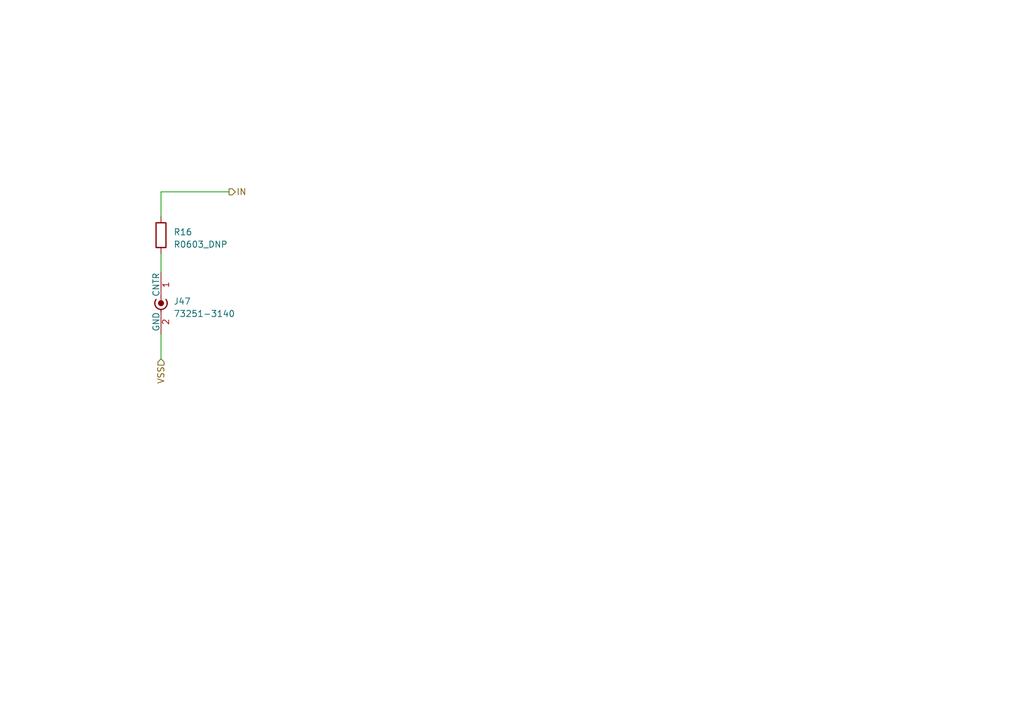
<source format=kicad_sch>
(kicad_sch (version 20230121) (generator eeschema)
  (paper "A5")
  (lib_symbols
    (symbol "cyborg65r2_connectors:73251-3140" (pin_names (offset 0))
      (property "Reference" "J" (at 2.54 1.27 0))
      (property "Value" "73251-3140" (at 2.54 -1.27 0))
      (symbol "73251-3140_0_0"
        (pin bidirectional line (at 0 0 270) (length 5.08) (name "CNTR") (number "1"))
        (pin passive line (at 0 -12.7 90) (length 5.08) (name "GND") (number "2"))
        (pin passive line (at 0 -12.7 90) (length 5.08) hide (name "GND") (number "3"))
        (pin passive line (at 0 -12.7 90) (length 5.08) hide (name "GND") (number "4"))
        (pin passive line (at 0 -12.7 90) (length 5.08) hide (name "GND") (number "5"))
      )
      (symbol "73251-3140_0_1"
        (arc (start -1.2695 -6.3498) (mid 0.0005 -7.6143) (end 1.2705 -6.3498) (stroke (width 0.254)))
        (arc (start -1.0155 -5.5878) (mid -1.2043 -5.9482) (end -1.2695 -6.3498) (stroke (width 0.254)))
        (polyline (pts (xy 0.0005 -7.6198) (xy 0.0005 -8.1278)))
        (polyline (pts (xy 0.0005 -5.0798) (xy 0.0005 -6.3498)))
        (circle (center 0.0005 -6.3498) (radius 0.508) (stroke (width 0.2032)) (fill (type outline)))
        (arc (start 1.2705 -6.3498) (mid 1.2053 -5.9482) (end 1.0165 -5.5878) (stroke (width 0.254)))
      )
    )
    (symbol "cyborg65r2_pcb_passives:R0603_DNP" (pin_numbers hide) (pin_names (offset 0))
      (property "Reference" "R" (at 2.032 0 90))
      (property "Value" "R0603_DNP" (at -2.54 0 90))
      (symbol "R0603_DNP_0_1"
        (rectangle (start -1.016 2.54) (end 1.016 -2.54) (stroke (width 0.254)))
      )
      (symbol "R0603_DNP_1_1"
        (pin passive line (at 0 3.81 270) (length 1.27) (name "~") (number "1"))
        (pin passive line (at 0 -3.81 90) (length 1.27) (name "~") (number "2"))
      )
    )
  )
  (wire (pts (xy 33.02 68.58) (xy 33.02 73.66)))
  (wire (pts (xy 33.02 44.45) (xy 33.02 39.37)))
  (wire (pts (xy 33.02 39.37) (xy 46.99 39.37)))
  (wire (pts (xy 33.02 52.07) (xy 33.02 55.88)))
  (hierarchical_label "VSS" (shape input) (at 33.02 73.66 270))
  (hierarchical_label "IN" (shape output) (at 46.99 39.37 0))
  (symbol (lib_id "cyborg65r2_pcb_passives:R0603_DNP") (at 33.02 48.26 0) (unit 1)
    (property "Reference" "R16" (at 35.56 47.625 0) (effects (justify left)))
    (property "Value" "R0603_DNP" (at 35.56 50.165 0) (effects (justify left)))
    (property "Footprint" "Resistor_SMD:R_0603_1608Metric" (effects hide))
  )
  (symbol (lib_id "cyborg65r2_connectors:73251-3140") (at 33.02 55.88 0) (unit 1)
    (property "Reference" "J47" (at 35.56 61.8488 0) (effects (justify left)))
    (property "Value" "73251-3140" (at 35.56 64.3888 0) (effects (justify left)))
    (property "Footprint" "cyborg65r2_connectors:732513140" (effects hide))
    (property "Datasheet" "https://www.molex.com/molex/products/part-detail/rf_coax_connectors/0732513140" (effects hide))
    (property "Height" "9.5" (effects hide))
    (property "Manufacturer_Name" "Molex" (effects hide))
    (property "Manufacturer_Part_Number" "73251-3140" (effects hide))
    (property "Mouser Part Number" "538-73251-3140" (effects hide))
    (property "Mouser Price/Stock" "https://www.mouser.co.uk/ProductDetail/Molex/73251-3140?qs=KpdAywxU012Z1wkPGm8CCA%3D%3D" (effects hide))
  )
)
</source>
